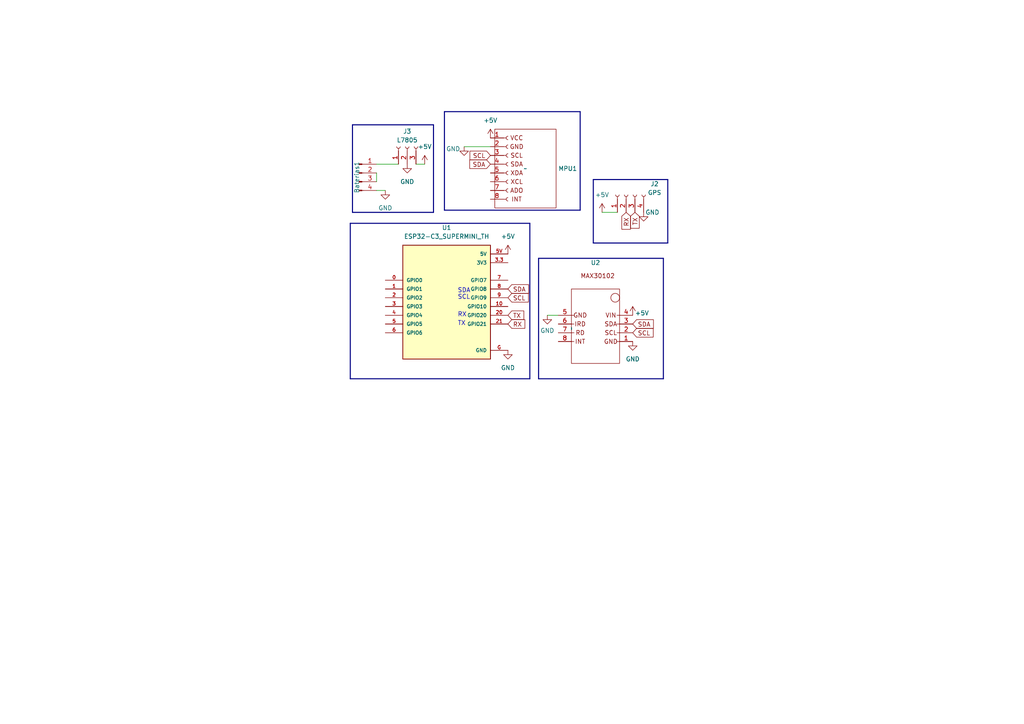
<source format=kicad_sch>
(kicad_sch (version 20230121) (generator eeschema)

  (uuid 04f87a8a-b6fa-48c9-add2-fbab3b3fb7dc)

  (paper "A4")

  (lib_symbols
    (symbol "Connector:Conn_01x03_Socket" (pin_names (offset 1.016) hide) (in_bom yes) (on_board yes)
      (property "Reference" "J" (at 0 5.08 0)
        (effects (font (size 1.27 1.27)))
      )
      (property "Value" "Conn_01x03_Socket" (at 0 -5.08 0)
        (effects (font (size 1.27 1.27)))
      )
      (property "Footprint" "" (at 0 0 0)
        (effects (font (size 1.27 1.27)) hide)
      )
      (property "Datasheet" "~" (at 0 0 0)
        (effects (font (size 1.27 1.27)) hide)
      )
      (property "ki_locked" "" (at 0 0 0)
        (effects (font (size 1.27 1.27)))
      )
      (property "ki_keywords" "connector" (at 0 0 0)
        (effects (font (size 1.27 1.27)) hide)
      )
      (property "ki_description" "Generic connector, single row, 01x03, script generated" (at 0 0 0)
        (effects (font (size 1.27 1.27)) hide)
      )
      (property "ki_fp_filters" "Connector*:*_1x??_*" (at 0 0 0)
        (effects (font (size 1.27 1.27)) hide)
      )
      (symbol "Conn_01x03_Socket_1_1"
        (arc (start 0 -2.032) (mid -0.5058 -2.54) (end 0 -3.048)
          (stroke (width 0.1524) (type default))
          (fill (type none))
        )
        (polyline
          (pts
            (xy -1.27 -2.54)
            (xy -0.508 -2.54)
          )
          (stroke (width 0.1524) (type default))
          (fill (type none))
        )
        (polyline
          (pts
            (xy -1.27 0)
            (xy -0.508 0)
          )
          (stroke (width 0.1524) (type default))
          (fill (type none))
        )
        (polyline
          (pts
            (xy -1.27 2.54)
            (xy -0.508 2.54)
          )
          (stroke (width 0.1524) (type default))
          (fill (type none))
        )
        (arc (start 0 0.508) (mid -0.5058 0) (end 0 -0.508)
          (stroke (width 0.1524) (type default))
          (fill (type none))
        )
        (arc (start 0 3.048) (mid -0.5058 2.54) (end 0 2.032)
          (stroke (width 0.1524) (type default))
          (fill (type none))
        )
        (pin passive line (at -5.08 2.54 0) (length 3.81)
          (name "Pin_1" (effects (font (size 1.27 1.27))))
          (number "1" (effects (font (size 1.27 1.27))))
        )
        (pin passive line (at -5.08 0 0) (length 3.81)
          (name "Pin_2" (effects (font (size 1.27 1.27))))
          (number "2" (effects (font (size 1.27 1.27))))
        )
        (pin passive line (at -5.08 -2.54 0) (length 3.81)
          (name "Pin_3" (effects (font (size 1.27 1.27))))
          (number "3" (effects (font (size 1.27 1.27))))
        )
      )
    )
    (symbol "Connector:Conn_01x04_Pin" (pin_names (offset 1.016) hide) (in_bom yes) (on_board yes)
      (property "Reference" "J" (at 0 5.08 0)
        (effects (font (size 1.27 1.27)))
      )
      (property "Value" "Conn_01x04_Pin" (at 0 -7.62 0)
        (effects (font (size 1.27 1.27)))
      )
      (property "Footprint" "" (at 0 0 0)
        (effects (font (size 1.27 1.27)) hide)
      )
      (property "Datasheet" "~" (at 0 0 0)
        (effects (font (size 1.27 1.27)) hide)
      )
      (property "ki_locked" "" (at 0 0 0)
        (effects (font (size 1.27 1.27)))
      )
      (property "ki_keywords" "connector" (at 0 0 0)
        (effects (font (size 1.27 1.27)) hide)
      )
      (property "ki_description" "Generic connector, single row, 01x04, script generated" (at 0 0 0)
        (effects (font (size 1.27 1.27)) hide)
      )
      (property "ki_fp_filters" "Connector*:*_1x??_*" (at 0 0 0)
        (effects (font (size 1.27 1.27)) hide)
      )
      (symbol "Conn_01x04_Pin_1_1"
        (polyline
          (pts
            (xy 1.27 -5.08)
            (xy 0.8636 -5.08)
          )
          (stroke (width 0.1524) (type default))
          (fill (type none))
        )
        (polyline
          (pts
            (xy 1.27 -2.54)
            (xy 0.8636 -2.54)
          )
          (stroke (width 0.1524) (type default))
          (fill (type none))
        )
        (polyline
          (pts
            (xy 1.27 0)
            (xy 0.8636 0)
          )
          (stroke (width 0.1524) (type default))
          (fill (type none))
        )
        (polyline
          (pts
            (xy 1.27 2.54)
            (xy 0.8636 2.54)
          )
          (stroke (width 0.1524) (type default))
          (fill (type none))
        )
        (rectangle (start 0.8636 -4.953) (end 0 -5.207)
          (stroke (width 0.1524) (type default))
          (fill (type outline))
        )
        (rectangle (start 0.8636 -2.413) (end 0 -2.667)
          (stroke (width 0.1524) (type default))
          (fill (type outline))
        )
        (rectangle (start 0.8636 0.127) (end 0 -0.127)
          (stroke (width 0.1524) (type default))
          (fill (type outline))
        )
        (rectangle (start 0.8636 2.667) (end 0 2.413)
          (stroke (width 0.1524) (type default))
          (fill (type outline))
        )
        (pin passive line (at 5.08 2.54 180) (length 3.81)
          (name "Pin_1" (effects (font (size 1.27 1.27))))
          (number "1" (effects (font (size 1.27 1.27))))
        )
        (pin passive line (at 5.08 0 180) (length 3.81)
          (name "Pin_2" (effects (font (size 1.27 1.27))))
          (number "2" (effects (font (size 1.27 1.27))))
        )
        (pin passive line (at 5.08 -2.54 180) (length 3.81)
          (name "Pin_3" (effects (font (size 1.27 1.27))))
          (number "3" (effects (font (size 1.27 1.27))))
        )
        (pin passive line (at 5.08 -5.08 180) (length 3.81)
          (name "Pin_4" (effects (font (size 1.27 1.27))))
          (number "4" (effects (font (size 1.27 1.27))))
        )
      )
    )
    (symbol "Connector:Conn_01x04_Socket" (pin_names (offset 1.016) hide) (in_bom yes) (on_board yes)
      (property "Reference" "J" (at 0 5.08 0)
        (effects (font (size 1.27 1.27)))
      )
      (property "Value" "Conn_01x04_Socket" (at 0 -7.62 0)
        (effects (font (size 1.27 1.27)))
      )
      (property "Footprint" "" (at 0 0 0)
        (effects (font (size 1.27 1.27)) hide)
      )
      (property "Datasheet" "~" (at 0 0 0)
        (effects (font (size 1.27 1.27)) hide)
      )
      (property "ki_locked" "" (at 0 0 0)
        (effects (font (size 1.27 1.27)))
      )
      (property "ki_keywords" "connector" (at 0 0 0)
        (effects (font (size 1.27 1.27)) hide)
      )
      (property "ki_description" "Generic connector, single row, 01x04, script generated" (at 0 0 0)
        (effects (font (size 1.27 1.27)) hide)
      )
      (property "ki_fp_filters" "Connector*:*_1x??_*" (at 0 0 0)
        (effects (font (size 1.27 1.27)) hide)
      )
      (symbol "Conn_01x04_Socket_1_1"
        (arc (start 0 -4.572) (mid -0.5058 -5.08) (end 0 -5.588)
          (stroke (width 0.1524) (type default))
          (fill (type none))
        )
        (arc (start 0 -2.032) (mid -0.5058 -2.54) (end 0 -3.048)
          (stroke (width 0.1524) (type default))
          (fill (type none))
        )
        (polyline
          (pts
            (xy -1.27 -5.08)
            (xy -0.508 -5.08)
          )
          (stroke (width 0.1524) (type default))
          (fill (type none))
        )
        (polyline
          (pts
            (xy -1.27 -2.54)
            (xy -0.508 -2.54)
          )
          (stroke (width 0.1524) (type default))
          (fill (type none))
        )
        (polyline
          (pts
            (xy -1.27 0)
            (xy -0.508 0)
          )
          (stroke (width 0.1524) (type default))
          (fill (type none))
        )
        (polyline
          (pts
            (xy -1.27 2.54)
            (xy -0.508 2.54)
          )
          (stroke (width 0.1524) (type default))
          (fill (type none))
        )
        (arc (start 0 0.508) (mid -0.5058 0) (end 0 -0.508)
          (stroke (width 0.1524) (type default))
          (fill (type none))
        )
        (arc (start 0 3.048) (mid -0.5058 2.54) (end 0 2.032)
          (stroke (width 0.1524) (type default))
          (fill (type none))
        )
        (pin passive line (at -5.08 2.54 0) (length 3.81)
          (name "Pin_1" (effects (font (size 1.27 1.27))))
          (number "1" (effects (font (size 1.27 1.27))))
        )
        (pin passive line (at -5.08 0 0) (length 3.81)
          (name "Pin_2" (effects (font (size 1.27 1.27))))
          (number "2" (effects (font (size 1.27 1.27))))
        )
        (pin passive line (at -5.08 -2.54 0) (length 3.81)
          (name "Pin_3" (effects (font (size 1.27 1.27))))
          (number "3" (effects (font (size 1.27 1.27))))
        )
        (pin passive line (at -5.08 -5.08 0) (length 3.81)
          (name "Pin_4" (effects (font (size 1.27 1.27))))
          (number "4" (effects (font (size 1.27 1.27))))
        )
      )
    )
    (symbol "ESP32-C3_SUPERMINI_TH:ESP32-C3_SUPERMINI_TH" (pin_names (offset 1.016)) (in_bom yes) (on_board yes)
      (property "Reference" "U" (at -12.7 16.002 0)
        (effects (font (size 1.27 1.27)) (justify left bottom))
      )
      (property "Value" "ESP32-C3_SUPERMINI_TH" (at -12.7 -20.32 0)
        (effects (font (size 1.27 1.27)) (justify left bottom))
      )
      (property "Footprint" "ESP32-C3_SUPERMINI_TH:MODULE_ESP32-C3_SUPERMINI" (at 0 0 0)
        (effects (font (size 1.27 1.27)) (justify bottom) hide)
      )
      (property "Datasheet" "" (at 0 0 0)
        (effects (font (size 1.27 1.27)) hide)
      )
      (property "MF" "Espressif Systems" (at 0 0 0)
        (effects (font (size 1.27 1.27)) (justify bottom) hide)
      )
      (property "MAXIMUM_PACKAGE_HEIGHT" "4.2mm" (at 0 0 0)
        (effects (font (size 1.27 1.27)) (justify bottom) hide)
      )
      (property "Package" "Package" (at 0 0 0)
        (effects (font (size 1.27 1.27)) (justify bottom) hide)
      )
      (property "Price" "None" (at 0 0 0)
        (effects (font (size 1.27 1.27)) (justify bottom) hide)
      )
      (property "Check_prices" "https://www.snapeda.com/parts/ESP32-C3%20SuperMini_TH/Espressif+Systems/view-part/?ref=eda" (at 0 0 0)
        (effects (font (size 1.27 1.27)) (justify bottom) hide)
      )
      (property "STANDARD" "Manufacturer Recommendations" (at 0 0 0)
        (effects (font (size 1.27 1.27)) (justify bottom) hide)
      )
      (property "PARTREV" "" (at 0 0 0)
        (effects (font (size 1.27 1.27)) (justify bottom) hide)
      )
      (property "SnapEDA_Link" "https://www.snapeda.com/parts/ESP32-C3%20SuperMini_TH/Espressif+Systems/view-part/?ref=snap" (at 0 0 0)
        (effects (font (size 1.27 1.27)) (justify bottom) hide)
      )
      (property "MP" "ESP32-C3 SuperMini_TH" (at 0 0 0)
        (effects (font (size 1.27 1.27)) (justify bottom) hide)
      )
      (property "Description" "\n                        \n                            Super tiny ESP32-C3 board\n                        \n" (at 0 0 0)
        (effects (font (size 1.27 1.27)) (justify bottom) hide)
      )
      (property "Availability" "Not in stock" (at 0 0 0)
        (effects (font (size 1.27 1.27)) (justify bottom) hide)
      )
      (property "MANUFACTURER" "Espressif" (at 0 0 0)
        (effects (font (size 1.27 1.27)) (justify bottom) hide)
      )
      (symbol "ESP32-C3_SUPERMINI_TH_0_0"
        (rectangle (start -12.7 -17.78) (end 12.7 15.24)
          (stroke (width 0.254) (type default))
          (fill (type background))
        )
        (pin bidirectional line (at -17.78 5.08 0) (length 5.08)
          (name "GPIO0" (effects (font (size 1.016 1.016))))
          (number "0" (effects (font (size 1.016 1.016))))
        )
        (pin bidirectional line (at -17.78 2.54 0) (length 5.08)
          (name "GPIO1" (effects (font (size 1.016 1.016))))
          (number "1" (effects (font (size 1.016 1.016))))
        )
        (pin bidirectional line (at 17.78 -2.54 180) (length 5.08)
          (name "GPIO10" (effects (font (size 1.016 1.016))))
          (number "10" (effects (font (size 1.016 1.016))))
        )
        (pin bidirectional line (at -17.78 0 0) (length 5.08)
          (name "GPIO2" (effects (font (size 1.016 1.016))))
          (number "2" (effects (font (size 1.016 1.016))))
        )
        (pin bidirectional line (at 17.78 -5.08 180) (length 5.08)
          (name "GPIO20" (effects (font (size 1.016 1.016))))
          (number "20" (effects (font (size 1.016 1.016))))
        )
        (pin bidirectional line (at 17.78 -7.62 180) (length 5.08)
          (name "GPIO21" (effects (font (size 1.016 1.016))))
          (number "21" (effects (font (size 1.016 1.016))))
        )
        (pin bidirectional line (at -17.78 -2.54 0) (length 5.08)
          (name "GPIO3" (effects (font (size 1.016 1.016))))
          (number "3" (effects (font (size 1.016 1.016))))
        )
        (pin power_in line (at 17.78 10.16 180) (length 5.08)
          (name "3V3" (effects (font (size 1.016 1.016))))
          (number "3.3" (effects (font (size 1.016 1.016))))
        )
        (pin bidirectional line (at -17.78 -5.08 0) (length 5.08)
          (name "GPIO4" (effects (font (size 1.016 1.016))))
          (number "4" (effects (font (size 1.016 1.016))))
        )
        (pin bidirectional line (at -17.78 -7.62 0) (length 5.08)
          (name "GPIO5" (effects (font (size 1.016 1.016))))
          (number "5" (effects (font (size 1.016 1.016))))
        )
        (pin power_in line (at 17.78 12.7 180) (length 5.08)
          (name "5V" (effects (font (size 1.016 1.016))))
          (number "5V" (effects (font (size 1.016 1.016))))
        )
        (pin bidirectional line (at -17.78 -10.16 0) (length 5.08)
          (name "GPIO6" (effects (font (size 1.016 1.016))))
          (number "6" (effects (font (size 1.016 1.016))))
        )
        (pin bidirectional line (at 17.78 5.08 180) (length 5.08)
          (name "GPIO7" (effects (font (size 1.016 1.016))))
          (number "7" (effects (font (size 1.016 1.016))))
        )
        (pin bidirectional line (at 17.78 2.54 180) (length 5.08)
          (name "GPIO8" (effects (font (size 1.016 1.016))))
          (number "8" (effects (font (size 1.016 1.016))))
        )
        (pin bidirectional line (at 17.78 0 180) (length 5.08)
          (name "GPIO9" (effects (font (size 1.016 1.016))))
          (number "9" (effects (font (size 1.016 1.016))))
        )
        (pin power_in line (at 17.78 -15.24 180) (length 5.08)
          (name "GND" (effects (font (size 1.016 1.016))))
          (number "G" (effects (font (size 1.016 1.016))))
        )
      )
    )
    (symbol "Huellas mias:MPU6050" (in_bom yes) (on_board yes)
      (property "Reference" "MPU6050" (at 0 13.97 0)
        (effects (font (size 1.27 1.27)))
      )
      (property "Value" "" (at 0 0 0)
        (effects (font (size 1.27 1.27)))
      )
      (property "Footprint" "" (at 0 0 0)
        (effects (font (size 1.27 1.27)) hide)
      )
      (property "Datasheet" "" (at 0 0 0)
        (effects (font (size 1.27 1.27)) hide)
      )
      (symbol "MPU6050_0_1"
        (rectangle (start 8.89 -11.43) (end -8.89 11.43)
          (stroke (width 0) (type default))
          (fill (type none))
        )
      )
      (symbol "MPU6050_1_1"
        (arc (start -5.08 -8.382) (mid -5.5858 -8.89) (end -5.08 -9.398)
          (stroke (width 0.1524) (type default))
          (fill (type none))
        )
        (arc (start -5.08 -5.842) (mid -5.5858 -6.35) (end -5.08 -6.858)
          (stroke (width 0.1524) (type default))
          (fill (type none))
        )
        (arc (start -5.08 -3.302) (mid -5.5858 -3.81) (end -5.08 -4.318)
          (stroke (width 0.1524) (type default))
          (fill (type none))
        )
        (arc (start -5.08 -0.762) (mid -5.5858 -1.27) (end -5.08 -1.778)
          (stroke (width 0.1524) (type default))
          (fill (type none))
        )
        (arc (start -5.08 1.778) (mid -5.5858 1.27) (end -5.08 0.762)
          (stroke (width 0.1524) (type default))
          (fill (type none))
        )
        (arc (start -5.08 4.318) (mid -5.5858 3.81) (end -5.08 3.302)
          (stroke (width 0.1524) (type default))
          (fill (type none))
        )
        (arc (start -5.08 6.858) (mid -5.5858 6.35) (end -5.08 5.842)
          (stroke (width 0.1524) (type default))
          (fill (type none))
        )
        (arc (start -5.08 9.398) (mid -5.5858 8.89) (end -5.08 8.382)
          (stroke (width 0.1524) (type default))
          (fill (type none))
        )
        (polyline
          (pts
            (xy -6.35 -8.89)
            (xy -5.588 -8.89)
          )
          (stroke (width 0.1524) (type default))
          (fill (type none))
        )
        (polyline
          (pts
            (xy -6.35 -6.35)
            (xy -5.588 -6.35)
          )
          (stroke (width 0.1524) (type default))
          (fill (type none))
        )
        (polyline
          (pts
            (xy -6.35 -3.81)
            (xy -5.588 -3.81)
          )
          (stroke (width 0.1524) (type default))
          (fill (type none))
        )
        (polyline
          (pts
            (xy -6.35 -1.27)
            (xy -5.588 -1.27)
          )
          (stroke (width 0.1524) (type default))
          (fill (type none))
        )
        (polyline
          (pts
            (xy -6.35 1.27)
            (xy -5.588 1.27)
          )
          (stroke (width 0.1524) (type default))
          (fill (type none))
        )
        (polyline
          (pts
            (xy -6.35 3.81)
            (xy -5.588 3.81)
          )
          (stroke (width 0.1524) (type default))
          (fill (type none))
        )
        (polyline
          (pts
            (xy -6.35 6.35)
            (xy -5.588 6.35)
          )
          (stroke (width 0.1524) (type default))
          (fill (type none))
        )
        (polyline
          (pts
            (xy -6.35 8.89)
            (xy -5.588 8.89)
          )
          (stroke (width 0.1524) (type default))
          (fill (type none))
        )
        (text "ADO" (at -2.54 -6.35 0)
          (effects (font (size 1.27 1.27)))
        )
        (text "GND\n" (at -2.54 6.35 0)
          (effects (font (size 1.27 1.27)))
        )
        (text "INT" (at -2.54 -8.89 0)
          (effects (font (size 1.27 1.27)))
        )
        (text "SCL\n" (at -2.54 3.81 0)
          (effects (font (size 1.27 1.27)))
        )
        (text "SDA" (at -2.54 1.27 0)
          (effects (font (size 1.27 1.27)))
        )
        (text "VCC" (at -2.54 8.89 0)
          (effects (font (size 1.27 1.27)))
        )
        (text "XCL" (at -2.54 -3.81 0)
          (effects (font (size 1.27 1.27)))
        )
        (text "XDA" (at -2.54 -1.27 0)
          (effects (font (size 1.27 1.27)))
        )
        (pin passive line (at -10.16 8.89 0) (length 3.81)
          (name "" (effects (font (size 1.27 1.27))))
          (number "1" (effects (font (size 1.27 1.27))))
        )
        (pin passive line (at -10.16 6.35 0) (length 3.81)
          (name "" (effects (font (size 1.27 1.27))))
          (number "2" (effects (font (size 1.27 1.27))))
        )
        (pin passive line (at -10.16 3.81 0) (length 3.81)
          (name "" (effects (font (size 1.27 1.27))))
          (number "3" (effects (font (size 1.27 1.27))))
        )
        (pin passive line (at -10.16 1.27 0) (length 3.81)
          (name "" (effects (font (size 1.27 1.27))))
          (number "4" (effects (font (size 1.27 1.27))))
        )
        (pin passive line (at -10.16 -1.27 0) (length 3.81)
          (name "" (effects (font (size 1.27 1.27))))
          (number "5" (effects (font (size 1.27 1.27))))
        )
        (pin passive line (at -10.16 -3.81 0) (length 3.81)
          (name "" (effects (font (size 1.27 1.27))))
          (number "6" (effects (font (size 1.27 1.27))))
        )
        (pin passive line (at -10.16 -6.35 0) (length 3.81)
          (name "" (effects (font (size 1.27 1.27))))
          (number "7" (effects (font (size 1.27 1.27))))
        )
        (pin passive line (at -10.16 -8.89 0) (length 3.81)
          (name "" (effects (font (size 1.27 1.27))))
          (number "8" (effects (font (size 1.27 1.27))))
        )
      )
    )
    (symbol "Huellas mias:Max30102" (in_bom yes) (on_board yes)
      (property "Reference" "U" (at 0 11.43 0)
        (effects (font (size 1.27 1.27)))
      )
      (property "Value" "" (at -7.62 -1.27 90)
        (effects (font (size 1.27 1.27)))
      )
      (property "Footprint" "" (at -7.62 -1.27 90)
        (effects (font (size 1.27 1.27)) hide)
      )
      (property "Datasheet" "" (at -7.62 -1.27 90)
        (effects (font (size 1.27 1.27)) hide)
      )
      (symbol "Max30102_0_1"
        (rectangle (start -7.62 10.16) (end 6.35 -11.43)
          (stroke (width 0) (type default))
          (fill (type none))
        )
        (circle (center 5.08 7.62) (radius 1.27)
          (stroke (width 0) (type default))
          (fill (type none))
        )
      )
      (symbol "Max30102_1_1"
        (polyline
          (pts
            (xy -7.62 -5.08)
            (xy -6.858 -5.08)
          )
          (stroke (width 0.1524) (type default))
          (fill (type none))
        )
        (polyline
          (pts
            (xy -7.62 -2.54)
            (xy -6.858 -2.54)
          )
          (stroke (width 0.1524) (type default))
          (fill (type none))
        )
        (polyline
          (pts
            (xy -7.62 0)
            (xy -6.858 0)
          )
          (stroke (width 0.1524) (type default))
          (fill (type none))
        )
        (polyline
          (pts
            (xy -7.62 2.54)
            (xy -6.858 2.54)
          )
          (stroke (width 0.1524) (type default))
          (fill (type none))
        )
        (polyline
          (pts
            (xy 6.35 -5.08)
            (xy 5.588 -5.08)
          )
          (stroke (width 0.1524) (type default))
          (fill (type none))
        )
        (polyline
          (pts
            (xy 6.35 -2.54)
            (xy 5.588 -2.54)
          )
          (stroke (width 0.1524) (type default))
          (fill (type none))
        )
        (polyline
          (pts
            (xy 6.35 0)
            (xy 5.588 0)
          )
          (stroke (width 0.1524) (type default))
          (fill (type none))
        )
        (polyline
          (pts
            (xy 6.35 2.54)
            (xy 5.588 2.54)
          )
          (stroke (width 0.1524) (type default))
          (fill (type none))
        )
        (text "GND" (at -5.08 2.54 0)
          (effects (font (size 1.27 1.27)))
        )
        (text "GND\n" (at 3.81 -5.08 0)
          (effects (font (size 1.27 1.27)))
        )
        (text "INT\n" (at -5.08 -5.08 0)
          (effects (font (size 1.27 1.27)))
        )
        (text "IRD" (at -5.08 0 0)
          (effects (font (size 1.27 1.27)))
        )
        (text "MAX30102\n" (at 0 13.97 0)
          (effects (font (size 1.27 1.27)))
        )
        (text "RD" (at -5.08 -2.54 0)
          (effects (font (size 1.27 1.27)))
        )
        (text "SCL" (at 3.81 -2.54 0)
          (effects (font (size 1.27 1.27)))
        )
        (text "SDA" (at 3.81 0 0)
          (effects (font (size 1.27 1.27)))
        )
        (text "VIN" (at 3.81 2.54 0)
          (effects (font (size 1.27 1.27)))
        )
        (pin passive line (at 10.16 -5.08 180) (length 3.81)
          (name "" (effects (font (size 1.27 1.27))))
          (number "1" (effects (font (size 1.27 1.27))))
        )
        (pin passive line (at 10.16 -2.54 180) (length 3.81)
          (name "" (effects (font (size 1.27 1.27))))
          (number "2" (effects (font (size 1.27 1.27))))
        )
        (pin passive line (at 10.16 0 180) (length 3.81)
          (name "" (effects (font (size 1.27 1.27))))
          (number "3" (effects (font (size 1.27 1.27))))
        )
        (pin passive line (at 10.16 2.54 180) (length 3.81)
          (name "" (effects (font (size 1.27 1.27))))
          (number "4" (effects (font (size 1.27 1.27))))
        )
        (pin passive line (at -11.43 2.54 0) (length 3.81)
          (name "" (effects (font (size 1.27 1.27))))
          (number "5" (effects (font (size 1.27 1.27))))
        )
        (pin passive line (at -11.43 0 0) (length 3.81)
          (name "" (effects (font (size 1.27 1.27))))
          (number "6" (effects (font (size 1.27 1.27))))
        )
        (pin passive line (at -11.43 -2.54 0) (length 3.81)
          (name "" (effects (font (size 1.27 1.27))))
          (number "7" (effects (font (size 1.27 1.27))))
        )
        (pin passive line (at -11.43 -5.08 0) (length 3.81)
          (name "" (effects (font (size 1.27 1.27))))
          (number "8" (effects (font (size 1.27 1.27))))
        )
      )
    )
    (symbol "power:+5V" (power) (pin_names (offset 0)) (in_bom yes) (on_board yes)
      (property "Reference" "#PWR" (at 0 -3.81 0)
        (effects (font (size 1.27 1.27)) hide)
      )
      (property "Value" "+5V" (at 0 3.556 0)
        (effects (font (size 1.27 1.27)))
      )
      (property "Footprint" "" (at 0 0 0)
        (effects (font (size 1.27 1.27)) hide)
      )
      (property "Datasheet" "" (at 0 0 0)
        (effects (font (size 1.27 1.27)) hide)
      )
      (property "ki_keywords" "global power" (at 0 0 0)
        (effects (font (size 1.27 1.27)) hide)
      )
      (property "ki_description" "Power symbol creates a global label with name \"+5V\"" (at 0 0 0)
        (effects (font (size 1.27 1.27)) hide)
      )
      (symbol "+5V_0_1"
        (polyline
          (pts
            (xy -0.762 1.27)
            (xy 0 2.54)
          )
          (stroke (width 0) (type default))
          (fill (type none))
        )
        (polyline
          (pts
            (xy 0 0)
            (xy 0 2.54)
          )
          (stroke (width 0) (type default))
          (fill (type none))
        )
        (polyline
          (pts
            (xy 0 2.54)
            (xy 0.762 1.27)
          )
          (stroke (width 0) (type default))
          (fill (type none))
        )
      )
      (symbol "+5V_1_1"
        (pin power_in line (at 0 0 90) (length 0) hide
          (name "+5V" (effects (font (size 1.27 1.27))))
          (number "1" (effects (font (size 1.27 1.27))))
        )
      )
    )
    (symbol "power:GND" (power) (pin_names (offset 0)) (in_bom yes) (on_board yes)
      (property "Reference" "#PWR" (at 0 -6.35 0)
        (effects (font (size 1.27 1.27)) hide)
      )
      (property "Value" "GND" (at 0 -3.81 0)
        (effects (font (size 1.27 1.27)))
      )
      (property "Footprint" "" (at 0 0 0)
        (effects (font (size 1.27 1.27)) hide)
      )
      (property "Datasheet" "" (at 0 0 0)
        (effects (font (size 1.27 1.27)) hide)
      )
      (property "ki_keywords" "global power" (at 0 0 0)
        (effects (font (size 1.27 1.27)) hide)
      )
      (property "ki_description" "Power symbol creates a global label with name \"GND\" , ground" (at 0 0 0)
        (effects (font (size 1.27 1.27)) hide)
      )
      (symbol "GND_0_1"
        (polyline
          (pts
            (xy 0 0)
            (xy 0 -1.27)
            (xy 1.27 -1.27)
            (xy 0 -2.54)
            (xy -1.27 -1.27)
            (xy 0 -1.27)
          )
          (stroke (width 0) (type default))
          (fill (type none))
        )
      )
      (symbol "GND_1_1"
        (pin power_in line (at 0 0 270) (length 0) hide
          (name "GND" (effects (font (size 1.27 1.27))))
          (number "1" (effects (font (size 1.27 1.27))))
        )
      )
    )
  )


  (bus (pts (xy 193.675 70.485) (xy 172.085 70.485))
    (stroke (width 0) (type default))
    (uuid 02942b3f-32c0-4687-85c7-271d422bd25a)
  )
  (bus (pts (xy 156.21 74.93) (xy 156.21 109.855))
    (stroke (width 0) (type default))
    (uuid 0ecf5631-62ef-4b3c-8f3e-7fe0e92c2714)
  )
  (bus (pts (xy 192.405 109.855) (xy 192.405 74.93))
    (stroke (width 0) (type default))
    (uuid 0f86b6b2-fb5a-4fe3-bfda-9f7af91e5df8)
  )

  (wire (pts (xy 109.22 50.165) (xy 109.22 52.705))
    (stroke (width 0) (type default))
    (uuid 11317834-44d2-4173-ad3d-e1e5ca8e9dbe)
  )
  (bus (pts (xy 125.73 36.195) (xy 102.235 36.195))
    (stroke (width 0) (type default))
    (uuid 169ec691-c445-45c4-b2e9-9f9fd681d780)
  )
  (bus (pts (xy 102.235 36.195) (xy 102.235 61.595))
    (stroke (width 0) (type default))
    (uuid 1ede57d9-6f14-4d0c-8af1-761c273dd625)
  )
  (bus (pts (xy 128.905 60.96) (xy 128.905 32.385))
    (stroke (width 0) (type default))
    (uuid 1f873eef-58b2-4423-bd79-e1f443493413)
  )
  (bus (pts (xy 102.235 61.595) (xy 125.73 61.595))
    (stroke (width 0) (type default))
    (uuid 33ea807e-dd2e-401c-b546-07d1b3fa4fc4)
  )

  (wire (pts (xy 158.75 91.44) (xy 161.925 91.44))
    (stroke (width 0) (type default))
    (uuid 34ef4a91-a438-4648-bcb3-6d498581ef0e)
  )
  (bus (pts (xy 156.21 109.855) (xy 192.405 109.855))
    (stroke (width 0) (type default))
    (uuid 3aa548d0-5b72-49e7-84e4-58465553c336)
  )
  (bus (pts (xy 156.21 74.93) (xy 192.405 74.93))
    (stroke (width 0) (type default))
    (uuid 3af18a6c-cb06-4356-b00c-17e1980313b7)
  )
  (bus (pts (xy 168.275 60.96) (xy 128.905 60.96))
    (stroke (width 0) (type default))
    (uuid 4e8ae84d-5256-4eaa-bc89-e53c451381f4)
  )
  (bus (pts (xy 168.275 32.385) (xy 168.275 60.96))
    (stroke (width 0) (type default))
    (uuid 5c8de15e-d451-48e9-92be-b26dd78ca37e)
  )
  (bus (pts (xy 101.6 64.77) (xy 101.6 109.855))
    (stroke (width 0) (type default))
    (uuid 7548a2c7-6dfe-49c6-8fb4-18804a00313c)
  )

  (wire (pts (xy 134.62 42.545) (xy 142.24 42.545))
    (stroke (width 0) (type default))
    (uuid 77f6acf8-a5fe-4caf-a794-87fb47414e09)
  )
  (bus (pts (xy 153.67 64.77) (xy 153.67 109.855))
    (stroke (width 0) (type default))
    (uuid 7ec1a84c-03a9-425e-add3-d60bf02d6251)
  )
  (bus (pts (xy 153.67 109.855) (xy 101.6 109.855))
    (stroke (width 0) (type default))
    (uuid 852a146d-d595-4f5f-a0d0-ec3d8011bb3e)
  )
  (bus (pts (xy 128.905 32.385) (xy 168.275 32.385))
    (stroke (width 0) (type default))
    (uuid 8f61d041-114a-40f8-b846-bb9a45ecb96d)
  )

  (wire (pts (xy 109.22 55.245) (xy 111.76 55.245))
    (stroke (width 0) (type default))
    (uuid a0aa3d59-23f9-4186-877a-aa4222f89d54)
  )
  (bus (pts (xy 193.675 52.07) (xy 193.675 70.485))
    (stroke (width 0) (type default))
    (uuid a37a16c2-89b6-445b-822d-4b9002299d77)
  )

  (wire (pts (xy 109.22 47.625) (xy 115.57 47.625))
    (stroke (width 0) (type default))
    (uuid a668a7a5-db0a-4bc6-9bd3-5fb3b2ad070e)
  )
  (bus (pts (xy 125.73 36.195) (xy 125.73 61.595))
    (stroke (width 0) (type default))
    (uuid a902b85d-3733-4c0d-857d-46e48b8eb14c)
  )

  (wire (pts (xy 174.625 61.595) (xy 179.07 61.595))
    (stroke (width 0) (type default))
    (uuid ae120e4d-1778-4441-9bbd-0b8701005622)
  )
  (bus (pts (xy 172.085 52.07) (xy 172.085 70.485))
    (stroke (width 0) (type default))
    (uuid c55b5df6-eb54-47b0-9172-7c63c92fadb2)
  )
  (bus (pts (xy 172.085 52.07) (xy 193.675 52.07))
    (stroke (width 0) (type default))
    (uuid ce8f9a72-bd54-48c5-be1b-4ef5a861520c)
  )

  (wire (pts (xy 120.65 47.625) (xy 123.19 47.625))
    (stroke (width 0) (type default))
    (uuid d06cf34b-3020-447e-b6c7-d892b452a7d6)
  )
  (bus (pts (xy 101.6 64.77) (xy 153.67 64.77))
    (stroke (width 0) (type default))
    (uuid f9e37c16-6ab0-4005-99c9-59535cfc4b04)
  )

  (text "TX" (at 132.715 94.615 0)
    (effects (font (size 1.27 1.27)) (justify left bottom))
    (uuid 19fc26fe-03d8-45fe-89c8-5c0b651b8b1c)
  )
  (text "SDA" (at 132.715 85.09 0)
    (effects (font (size 1.27 1.27)) (justify left bottom))
    (uuid 73037dfa-b272-4635-b961-f73d7e1bbfed)
  )
  (text "RX" (at 132.715 92.075 0)
    (effects (font (size 1.27 1.27)) (justify left bottom))
    (uuid 7cfc38d8-d6c7-41ae-8454-17979247a538)
  )
  (text "SCL" (at 132.715 86.995 0)
    (effects (font (size 1.27 1.27)) (justify left bottom))
    (uuid d0e2abaf-1fde-4cfb-828d-f381b1d60842)
  )

  (global_label "SCL" (shape input) (at 142.24 45.085 180) (fields_autoplaced)
    (effects (font (size 1.27 1.27)) (justify right))
    (uuid 069fb96d-01de-43fb-8e6d-239f57a431ff)
    (property "Intersheetrefs" "${INTERSHEET_REFS}" (at 135.7472 45.085 0)
      (effects (font (size 1.27 1.27)) (justify right) hide)
    )
  )
  (global_label "TX" (shape input) (at 147.32 91.44 0) (fields_autoplaced)
    (effects (font (size 1.27 1.27)) (justify left))
    (uuid 15453d49-c2fd-4f40-aa7c-98fa5b43978c)
    (property "Intersheetrefs" "${INTERSHEET_REFS}" (at 152.4823 91.44 0)
      (effects (font (size 1.27 1.27)) (justify left) hide)
    )
  )
  (global_label "RX" (shape input) (at 147.32 93.98 0) (fields_autoplaced)
    (effects (font (size 1.27 1.27)) (justify left))
    (uuid 204431de-faaf-4046-9e08-c82991499a74)
    (property "Intersheetrefs" "${INTERSHEET_REFS}" (at 152.7847 93.98 0)
      (effects (font (size 1.27 1.27)) (justify left) hide)
    )
  )
  (global_label "SCL" (shape input) (at 183.515 96.52 0) (fields_autoplaced)
    (effects (font (size 1.27 1.27)) (justify left))
    (uuid 2b322960-8e4b-4788-ab4a-448208c9607c)
    (property "Intersheetrefs" "${INTERSHEET_REFS}" (at 190.0078 96.52 0)
      (effects (font (size 1.27 1.27)) (justify left) hide)
    )
  )
  (global_label "SDA" (shape input) (at 147.32 83.82 0) (fields_autoplaced)
    (effects (font (size 1.27 1.27)) (justify left))
    (uuid 497455b0-c173-46c6-8fe1-a4f26996e0fa)
    (property "Intersheetrefs" "${INTERSHEET_REFS}" (at 153.8733 83.82 0)
      (effects (font (size 1.27 1.27)) (justify left) hide)
    )
  )
  (global_label "SDA" (shape input) (at 142.24 47.625 180) (fields_autoplaced)
    (effects (font (size 1.27 1.27)) (justify right))
    (uuid 720ffbac-54c9-4f0d-827d-8153aa736a69)
    (property "Intersheetrefs" "${INTERSHEET_REFS}" (at 135.6867 47.625 0)
      (effects (font (size 1.27 1.27)) (justify right) hide)
    )
  )
  (global_label "SCL" (shape input) (at 147.32 86.36 0) (fields_autoplaced)
    (effects (font (size 1.27 1.27)) (justify left))
    (uuid 96cdd387-809e-4652-a17f-8f363d4f5568)
    (property "Intersheetrefs" "${INTERSHEET_REFS}" (at 153.8128 86.36 0)
      (effects (font (size 1.27 1.27)) (justify left) hide)
    )
  )
  (global_label "RX" (shape input) (at 181.61 61.595 270) (fields_autoplaced)
    (effects (font (size 1.27 1.27)) (justify right))
    (uuid 9e79f956-1a00-4aa3-9066-2bd76e0595a2)
    (property "Intersheetrefs" "${INTERSHEET_REFS}" (at 181.61 67.0597 90)
      (effects (font (size 1.27 1.27)) (justify left) hide)
    )
  )
  (global_label "TX" (shape input) (at 184.15 61.595 270) (fields_autoplaced)
    (effects (font (size 1.27 1.27)) (justify right))
    (uuid a5eb4aed-816b-454f-be7c-7b88fe6be188)
    (property "Intersheetrefs" "${INTERSHEET_REFS}" (at 184.15 66.7573 90)
      (effects (font (size 1.27 1.27)) (justify left) hide)
    )
  )
  (global_label "SDA" (shape input) (at 183.515 93.98 0) (fields_autoplaced)
    (effects (font (size 1.27 1.27)) (justify left))
    (uuid a9485b0d-f046-43b1-be6d-4ebb4d393049)
    (property "Intersheetrefs" "${INTERSHEET_REFS}" (at 190.0683 93.98 0)
      (effects (font (size 1.27 1.27)) (justify left) hide)
    )
  )

  (symbol (lib_id "power:GND") (at 186.69 61.595 0) (unit 1)
    (in_bom yes) (on_board yes) (dnp no)
    (uuid 0508ea33-b89c-45ff-99e7-8a3b5c095931)
    (property "Reference" "#PWR02" (at 186.69 67.945 0)
      (effects (font (size 1.27 1.27)) hide)
    )
    (property "Value" "GND" (at 189.23 61.595 0)
      (effects (font (size 1.27 1.27)))
    )
    (property "Footprint" "" (at 186.69 61.595 0)
      (effects (font (size 1.27 1.27)) hide)
    )
    (property "Datasheet" "" (at 186.69 61.595 0)
      (effects (font (size 1.27 1.27)) hide)
    )
    (pin "1" (uuid 76977d40-ce4a-443a-b9a4-2c15434248ea))
    (instances
      (project "Placas generales California"
        (path "/04f87a8a-b6fa-48c9-add2-fbab3b3fb7dc"
          (reference "#PWR02") (unit 1)
        )
      )
    )
  )

  (symbol (lib_id "power:+5V") (at 147.32 73.66 0) (unit 1)
    (in_bom yes) (on_board yes) (dnp no) (fields_autoplaced)
    (uuid 10b1c523-0b43-403e-bb1e-6f6b1bbed779)
    (property "Reference" "#PWR07" (at 147.32 77.47 0)
      (effects (font (size 1.27 1.27)) hide)
    )
    (property "Value" "+5V" (at 147.32 68.58 0)
      (effects (font (size 1.27 1.27)))
    )
    (property "Footprint" "" (at 147.32 73.66 0)
      (effects (font (size 1.27 1.27)) hide)
    )
    (property "Datasheet" "" (at 147.32 73.66 0)
      (effects (font (size 1.27 1.27)) hide)
    )
    (pin "1" (uuid 37359c7c-a345-4f34-a5a7-ad9eb9a20e99))
    (instances
      (project "Placas generales California"
        (path "/04f87a8a-b6fa-48c9-add2-fbab3b3fb7dc"
          (reference "#PWR07") (unit 1)
        )
      )
    )
  )

  (symbol (lib_id "Connector:Conn_01x04_Pin") (at 104.14 50.165 0) (unit 1)
    (in_bom yes) (on_board yes) (dnp no)
    (uuid 2639e29b-9f9f-4c77-8cff-edd17b707323)
    (property "Reference" "Baterias1" (at 103.505 51.435 90)
      (effects (font (size 1.27 1.27)))
    )
    (property "Value" "Conn_01x04_Pin" (at 104.775 45.085 0)
      (effects (font (size 1.27 1.27)) hide)
    )
    (property "Footprint" "Connector_PinSocket_2.54mm:PinSocket_1x04_P2.54mm_Vertical" (at 104.14 50.165 0)
      (effects (font (size 1.27 1.27)) hide)
    )
    (property "Datasheet" "~" (at 104.14 50.165 0)
      (effects (font (size 1.27 1.27)) hide)
    )
    (pin "2" (uuid cc7e1389-7c19-4ed8-b2e8-c38c2f8652bb))
    (pin "3" (uuid 5d1a4c0b-a503-4aa3-ba71-6e1a579d810a))
    (pin "1" (uuid af0345c8-f361-448c-be86-ba2603e84b4e))
    (pin "4" (uuid 50c1486b-a5cd-4c60-9e5c-7c765b68ad9e))
    (instances
      (project "Placas generales California"
        (path "/04f87a8a-b6fa-48c9-add2-fbab3b3fb7dc"
          (reference "Baterias1") (unit 1)
        )
      )
    )
  )

  (symbol (lib_id "power:GND") (at 111.76 55.245 0) (unit 1)
    (in_bom yes) (on_board yes) (dnp no) (fields_autoplaced)
    (uuid 3488894b-f8cc-41ad-b0f6-a31684791a98)
    (property "Reference" "#PWR08" (at 111.76 61.595 0)
      (effects (font (size 1.27 1.27)) hide)
    )
    (property "Value" "GND" (at 111.76 60.325 0)
      (effects (font (size 1.27 1.27)))
    )
    (property "Footprint" "" (at 111.76 55.245 0)
      (effects (font (size 1.27 1.27)) hide)
    )
    (property "Datasheet" "" (at 111.76 55.245 0)
      (effects (font (size 1.27 1.27)) hide)
    )
    (pin "1" (uuid 3f605a35-b57e-48cc-b411-08627561bafd))
    (instances
      (project "Placas generales California"
        (path "/04f87a8a-b6fa-48c9-add2-fbab3b3fb7dc"
          (reference "#PWR08") (unit 1)
        )
      )
    )
  )

  (symbol (lib_id "power:GND") (at 158.75 91.44 0) (unit 1)
    (in_bom yes) (on_board yes) (dnp no)
    (uuid 34ac3663-3695-40de-bb49-75a7394fcb00)
    (property "Reference" "#PWR012" (at 158.75 97.79 0)
      (effects (font (size 1.27 1.27)) hide)
    )
    (property "Value" "GND" (at 158.75 95.885 0)
      (effects (font (size 1.27 1.27)))
    )
    (property "Footprint" "" (at 158.75 91.44 0)
      (effects (font (size 1.27 1.27)) hide)
    )
    (property "Datasheet" "" (at 158.75 91.44 0)
      (effects (font (size 1.27 1.27)) hide)
    )
    (pin "1" (uuid b0f6c6f3-03d9-4bc1-bb63-60bf0850eafc))
    (instances
      (project "Placas generales California"
        (path "/04f87a8a-b6fa-48c9-add2-fbab3b3fb7dc"
          (reference "#PWR012") (unit 1)
        )
      )
    )
  )

  (symbol (lib_id "power:GND") (at 147.32 101.6 0) (unit 1)
    (in_bom yes) (on_board yes) (dnp no)
    (uuid 364e788c-2008-447b-a7a4-3b2fc90050fc)
    (property "Reference" "#PWR01" (at 147.32 107.95 0)
      (effects (font (size 1.27 1.27)) hide)
    )
    (property "Value" "GND" (at 147.32 106.68 0)
      (effects (font (size 1.27 1.27)))
    )
    (property "Footprint" "" (at 147.32 101.6 0)
      (effects (font (size 1.27 1.27)) hide)
    )
    (property "Datasheet" "" (at 147.32 101.6 0)
      (effects (font (size 1.27 1.27)) hide)
    )
    (pin "1" (uuid 7e0638fb-3861-4b43-9ce3-3eb8dc48242c))
    (instances
      (project "Placas generales California"
        (path "/04f87a8a-b6fa-48c9-add2-fbab3b3fb7dc"
          (reference "#PWR01") (unit 1)
        )
      )
    )
  )

  (symbol (lib_id "power:GND") (at 118.11 47.625 0) (unit 1)
    (in_bom yes) (on_board yes) (dnp no) (fields_autoplaced)
    (uuid 3930f835-8ef3-4a48-95dc-40f34b91e0aa)
    (property "Reference" "#PWR09" (at 118.11 53.975 0)
      (effects (font (size 1.27 1.27)) hide)
    )
    (property "Value" "GND" (at 118.11 52.705 0)
      (effects (font (size 1.27 1.27)))
    )
    (property "Footprint" "" (at 118.11 47.625 0)
      (effects (font (size 1.27 1.27)) hide)
    )
    (property "Datasheet" "" (at 118.11 47.625 0)
      (effects (font (size 1.27 1.27)) hide)
    )
    (pin "1" (uuid 522d0e32-beb3-4708-98bc-35cbc3539ea8))
    (instances
      (project "Placas generales California"
        (path "/04f87a8a-b6fa-48c9-add2-fbab3b3fb7dc"
          (reference "#PWR09") (unit 1)
        )
      )
    )
  )

  (symbol (lib_id "ESP32-C3_SUPERMINI_TH:ESP32-C3_SUPERMINI_TH") (at 129.54 86.36 0) (unit 1)
    (in_bom yes) (on_board yes) (dnp no) (fields_autoplaced)
    (uuid 46a91fc5-c7a9-439e-9b57-9081fd5ffc0d)
    (property "Reference" "U1" (at 129.54 66.04 0)
      (effects (font (size 1.27 1.27)))
    )
    (property "Value" "ESP32-C3_SUPERMINI_TH" (at 129.54 68.58 0)
      (effects (font (size 1.27 1.27)))
    )
    (property "Footprint" "ESP32-C3_SUPERMINI_TH:MODULE_ESP32-C3_SUPERMINI" (at 129.54 86.36 0)
      (effects (font (size 1.27 1.27)) (justify bottom) hide)
    )
    (property "Datasheet" "" (at 129.54 86.36 0)
      (effects (font (size 1.27 1.27)) hide)
    )
    (property "MF" "Espressif Systems" (at 129.54 86.36 0)
      (effects (font (size 1.27 1.27)) (justify bottom) hide)
    )
    (property "MAXIMUM_PACKAGE_HEIGHT" "4.2mm" (at 129.54 86.36 0)
      (effects (font (size 1.27 1.27)) (justify bottom) hide)
    )
    (property "Package" "Package" (at 129.54 86.36 0)
      (effects (font (size 1.27 1.27)) (justify bottom) hide)
    )
    (property "Price" "None" (at 129.54 86.36 0)
      (effects (font (size 1.27 1.27)) (justify bottom) hide)
    )
    (property "Check_prices" "https://www.snapeda.com/parts/ESP32-C3%20SuperMini_TH/Espressif+Systems/view-part/?ref=eda" (at 129.54 86.36 0)
      (effects (font (size 1.27 1.27)) (justify bottom) hide)
    )
    (property "STANDARD" "Manufacturer Recommendations" (at 129.54 86.36 0)
      (effects (font (size 1.27 1.27)) (justify bottom) hide)
    )
    (property "PARTREV" "" (at 129.54 86.36 0)
      (effects (font (size 1.27 1.27)) (justify bottom) hide)
    )
    (property "SnapEDA_Link" "https://www.snapeda.com/parts/ESP32-C3%20SuperMini_TH/Espressif+Systems/view-part/?ref=snap" (at 129.54 86.36 0)
      (effects (font (size 1.27 1.27)) (justify bottom) hide)
    )
    (property "MP" "ESP32-C3 SuperMini_TH" (at 129.54 86.36 0)
      (effects (font (size 1.27 1.27)) (justify bottom) hide)
    )
    (property "Description" "\n                        \n                            Super tiny ESP32-C3 board\n                        \n" (at 129.54 86.36 0)
      (effects (font (size 1.27 1.27)) (justify bottom) hide)
    )
    (property "Availability" "Not in stock" (at 129.54 86.36 0)
      (effects (font (size 1.27 1.27)) (justify bottom) hide)
    )
    (property "MANUFACTURER" "Espressif" (at 129.54 86.36 0)
      (effects (font (size 1.27 1.27)) (justify bottom) hide)
    )
    (pin "3.3" (uuid 4f1da610-71e7-496c-bfbb-e81be1ccc204))
    (pin "9" (uuid c1760496-381d-4cc2-b4a8-544845072f63))
    (pin "4" (uuid 696a583d-4a98-4aec-929e-c1f913f18963))
    (pin "5V" (uuid 49b26076-57a7-4a96-89d7-ff81d1ef4db6))
    (pin "1" (uuid 5e35ba41-df25-4323-abb0-8e2527f3859d))
    (pin "10" (uuid bfe367b1-13e9-49e9-aaeb-a74719ad6e54))
    (pin "7" (uuid c8f910f1-dcf8-49e7-8cc5-8c167a250f5b))
    (pin "0" (uuid 57d4bed8-a886-4429-b3a0-7c5d4d154a35))
    (pin "21" (uuid 0fee77cf-77eb-4856-a396-d5877d33d46f))
    (pin "G" (uuid 5a34c224-0fd1-4d4b-88e6-3a372653be77))
    (pin "6" (uuid 658dc44e-8027-4d2c-b9df-61078dd0b620))
    (pin "5" (uuid 7bc28f2e-185e-48ab-a3d3-b8ae2b4a4630))
    (pin "20" (uuid 7f41e1ed-171c-42f2-a6ed-8725a96896c7))
    (pin "3" (uuid ef503a11-6cd9-42c3-a90b-65dfac230dda))
    (pin "2" (uuid e99da0b6-07e8-413a-b5ea-0160ba900380))
    (pin "8" (uuid bcfd49ef-6584-4b10-b00f-1e3131ca9ff3))
    (instances
      (project "Placas generales California"
        (path "/04f87a8a-b6fa-48c9-add2-fbab3b3fb7dc"
          (reference "U1") (unit 1)
        )
      )
    )
  )

  (symbol (lib_id "Huellas mias:MPU6050") (at 152.4 48.895 0) (unit 1)
    (in_bom yes) (on_board yes) (dnp no) (fields_autoplaced)
    (uuid 4914e1a6-a0e7-43f2-8fa0-aaf64c55c095)
    (property "Reference" "MPU1" (at 161.925 48.895 0)
      (effects (font (size 1.27 1.27)) (justify left))
    )
    (property "Value" "~" (at 152.4 48.895 0)
      (effects (font (size 1.27 1.27)))
    )
    (property "Footprint" "HUELLAS MIAS:MPU6050" (at 152.4 48.895 0)
      (effects (font (size 1.27 1.27)) hide)
    )
    (property "Datasheet" "" (at 152.4 48.895 0)
      (effects (font (size 1.27 1.27)) hide)
    )
    (pin "4" (uuid 0ce54a49-dcd6-4b0d-a0d3-cb343858cafe))
    (pin "1" (uuid acbc9efd-1f7e-4b3f-841c-0c2a415f20d5))
    (pin "5" (uuid cae8f52a-d6f4-4866-94b6-fbcc11ad20f3))
    (pin "3" (uuid 147179af-8107-4b18-91f4-3c16f7f4e21b))
    (pin "6" (uuid cea34e18-248d-4327-af1f-4c371e158e97))
    (pin "7" (uuid e99b1cd3-9627-4c82-abf4-a204121163e0))
    (pin "2" (uuid 05c4f0ae-eb4a-4b82-9432-901302b7acdc))
    (pin "8" (uuid cea0bc72-ce08-480f-bba4-90dd5cf4dd4f))
    (instances
      (project "Placas generales California"
        (path "/04f87a8a-b6fa-48c9-add2-fbab3b3fb7dc"
          (reference "MPU1") (unit 1)
        )
      )
    )
  )

  (symbol (lib_id "Connector:Conn_01x03_Socket") (at 118.11 42.545 90) (unit 1)
    (in_bom yes) (on_board yes) (dnp no) (fields_autoplaced)
    (uuid 5a6016b4-269c-4e42-9547-ee5b8349049f)
    (property "Reference" "J3" (at 118.11 38.1 90)
      (effects (font (size 1.27 1.27)))
    )
    (property "Value" "L7805" (at 118.11 40.64 90)
      (effects (font (size 1.27 1.27)))
    )
    (property "Footprint" "Connector_PinSocket_2.54mm:PinSocket_1x03_P2.54mm_Vertical" (at 118.11 42.545 0)
      (effects (font (size 1.27 1.27)) hide)
    )
    (property "Datasheet" "~" (at 118.11 42.545 0)
      (effects (font (size 1.27 1.27)) hide)
    )
    (pin "2" (uuid cb1849e7-6375-4bce-b064-fb85e59e4470))
    (pin "1" (uuid 09126fa3-f8c5-4911-85f7-fb44b6b77f23))
    (pin "3" (uuid 10fb505c-8c6f-4a8e-b884-6a4426d53cd7))
    (instances
      (project "Placas generales California"
        (path "/04f87a8a-b6fa-48c9-add2-fbab3b3fb7dc"
          (reference "J3") (unit 1)
        )
      )
    )
  )

  (symbol (lib_id "Huellas mias:Max30102") (at 173.355 93.98 0) (unit 1)
    (in_bom yes) (on_board yes) (dnp no) (fields_autoplaced)
    (uuid 6526bab9-4a52-488b-a178-650b005c63b8)
    (property "Reference" "U2" (at 172.72 76.2 0)
      (effects (font (size 1.27 1.27)))
    )
    (property "Value" "~" (at 165.735 95.25 90)
      (effects (font (size 1.27 1.27)))
    )
    (property "Footprint" "HUELLAS MIAS:Max30102" (at 165.735 95.25 90)
      (effects (font (size 1.27 1.27)) hide)
    )
    (property "Datasheet" "" (at 165.735 95.25 90)
      (effects (font (size 1.27 1.27)) hide)
    )
    (pin "6" (uuid 72e9ac4d-b0aa-405e-967b-a4fc5f8bd18d))
    (pin "8" (uuid ba6105a1-dc99-410e-9584-cc607b9775ea))
    (pin "2" (uuid 7b550761-64b7-4d8f-90ec-d7dfaa517409))
    (pin "5" (uuid 2136e1ff-4a0e-4d39-a744-99a7b40dcf65))
    (pin "4" (uuid bd7ba89d-8c00-4bb3-ba9e-e2a81fd4ada9))
    (pin "7" (uuid f73a25f0-3bdb-4f79-b5d6-b3746f2a4492))
    (pin "3" (uuid bce62ad6-f241-4e61-b4a0-c1747567522a))
    (pin "1" (uuid 3b76472c-aa74-4d31-8408-e8facd2fcecb))
    (instances
      (project "Placas generales California"
        (path "/04f87a8a-b6fa-48c9-add2-fbab3b3fb7dc"
          (reference "U2") (unit 1)
        )
      )
    )
  )

  (symbol (lib_id "power:+5V") (at 183.515 91.44 0) (unit 1)
    (in_bom yes) (on_board yes) (dnp no)
    (uuid 80425dd8-3030-4268-87c1-ea7f546a928f)
    (property "Reference" "#PWR06" (at 183.515 95.25 0)
      (effects (font (size 1.27 1.27)) hide)
    )
    (property "Value" "+5V" (at 184.15 90.805 0)
      (effects (font (size 1.27 1.27)) (justify left))
    )
    (property "Footprint" "" (at 183.515 91.44 0)
      (effects (font (size 1.27 1.27)) hide)
    )
    (property "Datasheet" "" (at 183.515 91.44 0)
      (effects (font (size 1.27 1.27)) hide)
    )
    (pin "1" (uuid 04476664-5ecf-46e2-ac7e-30b3e212c075))
    (instances
      (project "Placas generales California"
        (path "/04f87a8a-b6fa-48c9-add2-fbab3b3fb7dc"
          (reference "#PWR06") (unit 1)
        )
      )
    )
  )

  (symbol (lib_id "power:+5V") (at 142.24 40.005 0) (unit 1)
    (in_bom yes) (on_board yes) (dnp no) (fields_autoplaced)
    (uuid 8186da51-2e6e-4b39-a7e3-0f6d4565296b)
    (property "Reference" "#PWR011" (at 142.24 43.815 0)
      (effects (font (size 1.27 1.27)) hide)
    )
    (property "Value" "+5V" (at 142.24 34.925 0)
      (effects (font (size 1.27 1.27)))
    )
    (property "Footprint" "" (at 142.24 40.005 0)
      (effects (font (size 1.27 1.27)) hide)
    )
    (property "Datasheet" "" (at 142.24 40.005 0)
      (effects (font (size 1.27 1.27)) hide)
    )
    (pin "1" (uuid 2a2b29e4-8119-4e57-aed3-b3332812e131))
    (instances
      (project "Placas generales California"
        (path "/04f87a8a-b6fa-48c9-add2-fbab3b3fb7dc"
          (reference "#PWR011") (unit 1)
        )
      )
    )
  )

  (symbol (lib_id "Connector:Conn_01x04_Socket") (at 181.61 56.515 90) (unit 1)
    (in_bom yes) (on_board yes) (dnp no)
    (uuid 966e9e64-fe85-40be-b460-a03d8fc5e812)
    (property "Reference" "J2" (at 189.865 53.34 90)
      (effects (font (size 1.27 1.27)))
    )
    (property "Value" "GPS" (at 189.865 55.88 90)
      (effects (font (size 1.27 1.27)))
    )
    (property "Footprint" "Connector_PinSocket_2.54mm:PinSocket_1x04_P2.54mm_Vertical" (at 181.61 56.515 0)
      (effects (font (size 1.27 1.27)) hide)
    )
    (property "Datasheet" "~" (at 181.61 56.515 0)
      (effects (font (size 1.27 1.27)) hide)
    )
    (pin "2" (uuid d81143b2-3494-41bc-9365-e0f4e64b14b3))
    (pin "3" (uuid df3e0d01-2887-430a-a74f-cf6651baf96b))
    (pin "1" (uuid 09dbc1a5-e39c-4ac2-a056-d45eea3c7aa9))
    (pin "4" (uuid 15d5abdd-9337-4427-a485-8d6682c2ddc7))
    (instances
      (project "Placas generales California"
        (path "/04f87a8a-b6fa-48c9-add2-fbab3b3fb7dc"
          (reference "J2") (unit 1)
        )
      )
    )
  )

  (symbol (lib_id "power:GND") (at 134.62 42.545 0) (unit 1)
    (in_bom yes) (on_board yes) (dnp no)
    (uuid a3702baa-b856-4adc-8cda-a243175eb0e6)
    (property "Reference" "#PWR03" (at 134.62 48.895 0)
      (effects (font (size 1.27 1.27)) hide)
    )
    (property "Value" "GND" (at 131.445 43.18 0)
      (effects (font (size 1.27 1.27)))
    )
    (property "Footprint" "" (at 134.62 42.545 0)
      (effects (font (size 1.27 1.27)) hide)
    )
    (property "Datasheet" "" (at 134.62 42.545 0)
      (effects (font (size 1.27 1.27)) hide)
    )
    (pin "1" (uuid af2a54f4-16f7-4a00-bae3-3040f73c6830))
    (instances
      (project "Placas generales California"
        (path "/04f87a8a-b6fa-48c9-add2-fbab3b3fb7dc"
          (reference "#PWR03") (unit 1)
        )
      )
    )
  )

  (symbol (lib_id "power:GND") (at 183.515 99.06 0) (unit 1)
    (in_bom yes) (on_board yes) (dnp no) (fields_autoplaced)
    (uuid b850a469-3eea-488d-a5a8-36b7849e90f5)
    (property "Reference" "#PWR04" (at 183.515 105.41 0)
      (effects (font (size 1.27 1.27)) hide)
    )
    (property "Value" "GND" (at 183.515 104.14 0)
      (effects (font (size 1.27 1.27)))
    )
    (property "Footprint" "" (at 183.515 99.06 0)
      (effects (font (size 1.27 1.27)) hide)
    )
    (property "Datasheet" "" (at 183.515 99.06 0)
      (effects (font (size 1.27 1.27)) hide)
    )
    (pin "1" (uuid 789c302b-2e6b-43c7-82bf-e4caa41d86f6))
    (instances
      (project "Placas generales California"
        (path "/04f87a8a-b6fa-48c9-add2-fbab3b3fb7dc"
          (reference "#PWR04") (unit 1)
        )
      )
    )
  )

  (symbol (lib_id "power:+5V") (at 123.19 47.625 0) (unit 1)
    (in_bom yes) (on_board yes) (dnp no) (fields_autoplaced)
    (uuid cce7316c-531a-4ff6-8592-4860ca6f1b9d)
    (property "Reference" "#PWR010" (at 123.19 51.435 0)
      (effects (font (size 1.27 1.27)) hide)
    )
    (property "Value" "+5V" (at 123.19 42.545 0)
      (effects (font (size 1.27 1.27)))
    )
    (property "Footprint" "" (at 123.19 47.625 0)
      (effects (font (size 1.27 1.27)) hide)
    )
    (property "Datasheet" "" (at 123.19 47.625 0)
      (effects (font (size 1.27 1.27)) hide)
    )
    (pin "1" (uuid 9f42aa91-5cc1-4b5f-89a4-c35b21b42e60))
    (instances
      (project "Placas generales California"
        (path "/04f87a8a-b6fa-48c9-add2-fbab3b3fb7dc"
          (reference "#PWR010") (unit 1)
        )
      )
    )
  )

  (symbol (lib_id "power:+5V") (at 174.625 61.595 0) (unit 1)
    (in_bom yes) (on_board yes) (dnp no) (fields_autoplaced)
    (uuid d5061f8d-42b1-46b0-a44a-602a7ffdf70d)
    (property "Reference" "#PWR05" (at 174.625 65.405 0)
      (effects (font (size 1.27 1.27)) hide)
    )
    (property "Value" "+5V" (at 174.625 56.515 0)
      (effects (font (size 1.27 1.27)))
    )
    (property "Footprint" "" (at 174.625 61.595 0)
      (effects (font (size 1.27 1.27)) hide)
    )
    (property "Datasheet" "" (at 174.625 61.595 0)
      (effects (font (size 1.27 1.27)) hide)
    )
    (pin "1" (uuid 095252d5-5265-46f5-804c-6c7d71ec4ee3))
    (instances
      (project "Placas generales California"
        (path "/04f87a8a-b6fa-48c9-add2-fbab3b3fb7dc"
          (reference "#PWR05") (unit 1)
        )
      )
    )
  )

  (sheet_instances
    (path "/" (page "1"))
  )
)

</source>
